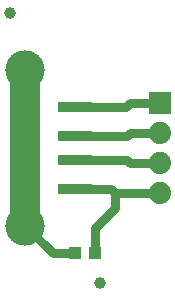
<source format=gbr>
G04 EAGLE Gerber RS-274X export*
G75*
%MOMM*%
%FSLAX34Y34*%
%LPD*%
%INTop Copper*%
%IPPOS*%
%AMOC8*
5,1,8,0,0,1.08239X$1,22.5*%
G01*
%ADD10C,3.327400*%
%ADD11R,3.000000X0.900000*%
%ADD12R,1.879600X1.879600*%
%ADD13C,1.879600*%
%ADD14C,1.000000*%
%ADD15R,1.100000X1.000000*%
%ADD16C,0.762000*%
%ADD17C,2.540000*%


D10*
X76200Y61341D03*
X76200Y192659D03*
D11*
X118320Y137000D03*
X118320Y162000D03*
X118320Y117000D03*
X118320Y92000D03*
D12*
X190500Y165100D03*
D13*
X190500Y139700D03*
X190500Y114300D03*
X190500Y88900D03*
D14*
X139700Y12700D03*
X63500Y241300D03*
D15*
X135500Y38100D03*
X118500Y38100D03*
D16*
X118320Y117000D02*
X162400Y117000D01*
X165100Y114300D01*
X190500Y114300D01*
X162400Y137000D02*
X118320Y137000D01*
X162400Y137000D02*
X165100Y139700D01*
X190500Y139700D01*
X162000Y162000D02*
X118320Y162000D01*
X162000Y162000D02*
X165100Y165100D01*
X190500Y165100D01*
X135500Y59300D02*
X135500Y38100D01*
X135500Y59300D02*
X152400Y76200D01*
X149300Y92000D02*
X118320Y92000D01*
X149300Y92000D02*
X152400Y88900D01*
X190500Y88900D01*
X152400Y88900D02*
X152400Y76200D01*
D17*
X76200Y61341D02*
X76200Y192659D01*
D16*
X99441Y38100D02*
X118500Y38100D01*
X99441Y38100D02*
X76200Y61341D01*
M02*

</source>
